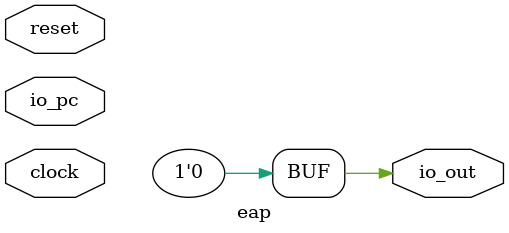
<source format=v>
/* Generated by Yosys 0.7 (git sha1 61f6811, gcc 5.4.0-6ubuntu1~16.04.4 -O2 -fstack-protector-strong -fPIC -Os) */

(* top =  1  *)
(* src = "eap.v:1" *)
module eap(clock, reset, io_pc, io_out);
  (* src = "eap.v:2" *)
  input clock;
  (* src = "eap.v:5" *)
  output io_out;
  (* src = "eap.v:4" *)
  input [26:0] io_pc;
  (* src = "eap.v:3" *)
  input reset;
  assign io_out = 1'b0;
endmodule

</source>
